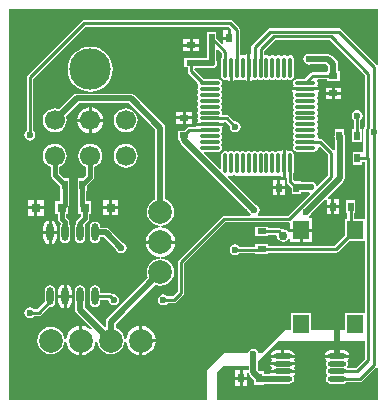
<source format=gtl>
G04 Layer_Physical_Order=1*
G04 Layer_Color=255*
%FSLAX44Y44*%
%MOMM*%
G71*
G01*
G75*
%ADD10R,0.8000X0.5000*%
%ADD11O,1.8000X0.3000*%
%ADD12O,0.3000X1.8000*%
%ADD13O,1.6000X0.4800*%
%ADD14R,0.5000X0.8000*%
%ADD15O,0.6000X1.5000*%
%ADD16R,0.8000X0.8000*%
%ADD17R,1.4000X1.5500*%
%ADD18C,0.2540*%
%ADD19C,0.5080*%
%ADD20C,0.2500*%
%ADD21C,0.3810*%
%ADD22C,2.0000*%
%ADD23C,3.5000*%
%ADD24C,1.7000*%
%ADD25C,0.6096*%
%ADD26C,0.6000*%
%ADD27C,0.7620*%
G36*
X357069Y86778D02*
X349372Y79080D01*
X342668D01*
X342103Y80350D01*
X342684Y81221D01*
X342989Y82752D01*
X342684Y84283D01*
X341970Y85352D01*
X342521Y85719D01*
X343604Y87340D01*
X343731Y87982D01*
X333388D01*
X323045D01*
X323172Y87340D01*
X324255Y85719D01*
X324806Y85352D01*
X324092Y84283D01*
X323787Y82752D01*
X324092Y81221D01*
X324959Y79923D01*
Y79081D01*
X324092Y77783D01*
X323787Y76252D01*
X324092Y74721D01*
X324642Y73897D01*
X324858Y73002D01*
X324642Y72107D01*
X324092Y71283D01*
X323787Y69752D01*
X324092Y68221D01*
X324959Y66923D01*
X326257Y66056D01*
X327788Y65751D01*
X338988D01*
X340519Y66056D01*
X341817Y66923D01*
X341818Y66924D01*
X352859D01*
X352962Y66903D01*
X354052Y67120D01*
X354976Y67738D01*
X366456Y79218D01*
X366456Y79218D01*
X367019Y80060D01*
X367112Y80073D01*
X368289Y79359D01*
Y51816D01*
X231902D01*
Y75692D01*
X236982Y80772D01*
X258492Y80772D01*
Y77401D01*
X257342Y77112D01*
X257222Y77112D01*
X253612D01*
Y71882D01*
X257342D01*
Y74592D01*
X258612Y74717D01*
X258808Y73732D01*
X259706Y72388D01*
X263318Y68776D01*
Y65088D01*
X271366D01*
Y65608D01*
X287388D01*
X288106Y65751D01*
X292988D01*
X294519Y66056D01*
X295817Y66923D01*
X296684Y68221D01*
X296989Y69752D01*
X296684Y71283D01*
X295970Y72352D01*
X296521Y72719D01*
X297604Y74340D01*
X297731Y74982D01*
X287388D01*
X276871D01*
X276058Y73896D01*
X271366D01*
Y76136D01*
X267678D01*
X266780Y77034D01*
Y84409D01*
X283718Y102108D01*
X301498D01*
X357069Y102108D01*
Y86778D01*
D02*
G37*
G36*
X368289Y336185D02*
X367112Y335471D01*
X367019Y335484D01*
X366456Y336326D01*
X336786Y365996D01*
X335862Y366614D01*
X334772Y366831D01*
X334772Y366831D01*
X276788D01*
X275698Y366614D01*
X274773Y365996D01*
X274773Y365996D01*
X261598Y352821D01*
X260980Y351896D01*
X260763Y350806D01*
X260763Y350806D01*
Y348702D01*
X260843Y348300D01*
Y345647D01*
X259962Y345035D01*
Y333362D01*
Y322036D01*
X260253Y322094D01*
X261576Y322978D01*
X261881Y323435D01*
X262512Y323013D01*
X263692Y322779D01*
X264872Y323013D01*
X265872Y323682D01*
X266512D01*
X267512Y323013D01*
X268692Y322779D01*
X269872Y323013D01*
X270872Y323682D01*
X271512D01*
X272512Y323013D01*
X273692Y322779D01*
X274872Y323013D01*
X275872Y323682D01*
X276512D01*
X277512Y323013D01*
X278692Y322779D01*
X279872Y323013D01*
X280872Y323682D01*
X281512D01*
X282512Y323013D01*
X283692Y322779D01*
X284872Y323013D01*
X285872Y323682D01*
X286512D01*
X287512Y323013D01*
X288692Y322779D01*
X289872Y323013D01*
X290872Y323682D01*
X291512D01*
X292512Y323013D01*
X293692Y322779D01*
X294872Y323013D01*
X295872Y323682D01*
X296541Y324682D01*
X296775Y325862D01*
Y340862D01*
X296541Y342042D01*
X295872Y343042D01*
X294872Y343711D01*
X293692Y343945D01*
X292512Y343711D01*
X291512Y343042D01*
X290872D01*
X289872Y343711D01*
X288692Y343945D01*
X287512Y343711D01*
X286512Y343042D01*
X285872D01*
X284872Y343711D01*
X283692Y343945D01*
X282512Y343711D01*
X281512Y343042D01*
X280872D01*
X279872Y343711D01*
X278692Y343945D01*
X277512Y343711D01*
X276512Y343042D01*
X275872D01*
X274872Y343711D01*
X273692Y343945D01*
X272811Y343770D01*
X271541Y344473D01*
Y347522D01*
X281088Y357069D01*
X327242D01*
X357069Y327242D01*
Y283536D01*
X356634Y283100D01*
X356016Y282176D01*
X355799Y281086D01*
X355799Y281086D01*
Y262423D01*
X354678Y262064D01*
Y262064D01*
X346630D01*
Y251016D01*
X354678D01*
Y253691D01*
X357069D01*
Y205108D01*
X347781D01*
Y210242D01*
X348956D01*
Y221290D01*
X340908D01*
Y210242D01*
X342083D01*
Y205108D01*
X340498D01*
Y191339D01*
X331706Y182547D01*
X275018D01*
Y183722D01*
X263970D01*
Y181919D01*
X250679D01*
X250404Y182332D01*
X248907Y183332D01*
X247142Y183683D01*
X245377Y183332D01*
X243880Y182332D01*
X242880Y180835D01*
X242529Y179070D01*
X242880Y177305D01*
X243880Y175808D01*
X245377Y174809D01*
X247142Y174457D01*
X248907Y174809D01*
X250404Y175808D01*
X250679Y176221D01*
X263970D01*
Y175674D01*
X275018D01*
Y176849D01*
X332886D01*
X332886Y176849D01*
X333976Y177066D01*
X334900Y177684D01*
X343777Y186560D01*
X357069D01*
Y125608D01*
X340498D01*
Y111252D01*
X311546D01*
Y125608D01*
X294498D01*
Y111252D01*
X289052D01*
X286512Y108712D01*
X270002Y92202D01*
X266945D01*
X266898Y92443D01*
X265898Y93940D01*
X264401Y94939D01*
X262636Y95291D01*
X260871Y94939D01*
X259374Y93940D01*
X258375Y92443D01*
X258326Y92202D01*
X255778D01*
X237406Y92202D01*
X223012Y76783D01*
X223012Y51816D01*
X55891D01*
Y382767D01*
X368289D01*
Y336185D01*
D02*
G37*
%LPC*%
G36*
X297731Y87982D02*
X287388D01*
X277045D01*
X277172Y87340D01*
X278066Y86002D01*
X277172Y84664D01*
X277045Y84022D01*
X287388D01*
X297731D01*
X297604Y84664D01*
X296709Y86002D01*
X297604Y87340D01*
X297731Y87982D01*
D02*
G37*
G36*
X332118Y94248D02*
X327788D01*
X325876Y93868D01*
X324255Y92785D01*
X323172Y91164D01*
X323045Y90522D01*
X332118D01*
Y94248D01*
D02*
G37*
G36*
X286118D02*
X281788D01*
X279876Y93868D01*
X278255Y92785D01*
X277172Y91164D01*
X277045Y90522D01*
X286118D01*
Y94248D01*
D02*
G37*
G36*
X257342Y69342D02*
X253612D01*
Y64112D01*
X257342D01*
Y69342D01*
D02*
G37*
G36*
X251072D02*
X247342D01*
Y64112D01*
X251072D01*
Y69342D01*
D02*
G37*
G36*
X297731Y81482D02*
X287388D01*
X277045D01*
X277172Y80840D01*
X278066Y79502D01*
X277172Y78164D01*
X277045Y77522D01*
X287388D01*
X297731D01*
X297604Y78164D01*
X296710Y79502D01*
X297604Y80840D01*
X297731Y81482D01*
D02*
G37*
G36*
X251072Y77112D02*
X247342D01*
Y71882D01*
X251072D01*
Y77112D01*
D02*
G37*
G36*
X338988Y94248D02*
X334658D01*
Y90522D01*
X343731D01*
X343604Y91164D01*
X342521Y92785D01*
X340900Y93868D01*
X338988Y94248D01*
D02*
G37*
G36*
X292988D02*
X288658D01*
Y90522D01*
X297731D01*
X297604Y91164D01*
X296521Y92785D01*
X294900Y93868D01*
X292988Y94248D01*
D02*
G37*
G36*
X94460Y268888D02*
X91843Y268544D01*
X89405Y267534D01*
X87311Y265927D01*
X85704Y263833D01*
X84694Y261395D01*
X84349Y258778D01*
X84694Y256161D01*
X85704Y253723D01*
X87311Y251629D01*
X89405Y250022D01*
X90964Y249376D01*
Y242718D01*
X91230Y241380D01*
X91988Y240246D01*
X98712Y233522D01*
Y228918D01*
X99240D01*
Y220154D01*
X94884D01*
Y209106D01*
X96912D01*
Y205662D01*
X97178Y204324D01*
X97936Y203190D01*
X99628Y201498D01*
Y201289D01*
X98862Y200143D01*
X98511Y198378D01*
Y189378D01*
X98862Y187613D01*
X99862Y186116D01*
X101359Y185117D01*
X103124Y184765D01*
X104889Y185117D01*
X106386Y186116D01*
X107386Y187613D01*
X107737Y189378D01*
Y198378D01*
X107386Y200143D01*
X106620Y201289D01*
Y202946D01*
X106354Y204284D01*
X105596Y205418D01*
X105596Y205418D01*
X103904Y207110D01*
Y209106D01*
X105932D01*
Y215569D01*
X105966Y215620D01*
X106232Y216958D01*
Y228918D01*
X106760D01*
Y239966D01*
X102156D01*
X97956Y244166D01*
Y249376D01*
X99515Y250022D01*
X101609Y251629D01*
X103216Y253723D01*
X104226Y256161D01*
X104571Y258778D01*
X104226Y261395D01*
X103216Y263833D01*
X101609Y265927D01*
X99515Y267534D01*
X97077Y268544D01*
X94460Y268888D01*
D02*
G37*
G36*
X104394Y149733D02*
Y141148D01*
X108732D01*
Y144378D01*
X108305Y146524D01*
X107089Y148343D01*
X105270Y149559D01*
X104394Y149733D01*
D02*
G37*
G36*
X275018Y198722D02*
X263970D01*
Y190674D01*
X275018D01*
Y191849D01*
X281861D01*
X282344Y191262D01*
X282757Y189181D01*
X283936Y187416D01*
X285701Y186238D01*
X287782Y185823D01*
X289863Y186238D01*
X291628Y187416D01*
X292252Y188351D01*
X293522Y187966D01*
Y185584D01*
X301752D01*
Y194564D01*
X293522D01*
Y194558D01*
X292252Y194173D01*
X291628Y195108D01*
X289863Y196287D01*
X287782Y196700D01*
X286606Y196467D01*
X286360Y196712D01*
X285436Y197330D01*
X284346Y197547D01*
X284346Y197547D01*
X275018D01*
Y198722D01*
D02*
G37*
G36*
X124460Y268888D02*
X121843Y268544D01*
X119405Y267534D01*
X117311Y265927D01*
X115704Y263833D01*
X114694Y261395D01*
X114349Y258778D01*
X114694Y256161D01*
X115704Y253723D01*
X117311Y251629D01*
X119405Y250022D01*
X120964Y249376D01*
Y242614D01*
X118316Y239966D01*
X113712D01*
Y228918D01*
X114240D01*
Y216958D01*
X114286Y216726D01*
Y209360D01*
X116314D01*
Y207364D01*
X113352Y204402D01*
X112594Y203268D01*
X112328Y201930D01*
Y201289D01*
X111562Y200143D01*
X111211Y198378D01*
Y189378D01*
X111562Y187613D01*
X112562Y186116D01*
X114059Y185117D01*
X115824Y184765D01*
X117589Y185117D01*
X119086Y186116D01*
X120085Y187613D01*
X120437Y189378D01*
Y198378D01*
X120085Y200143D01*
X119643Y200805D01*
X122282Y203444D01*
X123040Y204578D01*
X123306Y205916D01*
Y209360D01*
X125334D01*
Y220408D01*
X121232D01*
Y228918D01*
X121760D01*
Y233522D01*
X126932Y238694D01*
X127690Y239828D01*
X127956Y241166D01*
Y249376D01*
X129515Y250022D01*
X131609Y251629D01*
X133216Y253723D01*
X134226Y256161D01*
X134571Y258778D01*
X134226Y261395D01*
X133216Y263833D01*
X131609Y265927D01*
X129515Y267534D01*
X127077Y268544D01*
X124460Y268888D01*
D02*
G37*
G36*
X89154Y192608D02*
X84816D01*
Y189378D01*
X85243Y187232D01*
X86459Y185413D01*
X88278Y184197D01*
X89154Y184023D01*
Y192608D01*
D02*
G37*
G36*
X128524Y202991D02*
X126759Y202640D01*
X125262Y201640D01*
X124263Y200143D01*
X123911Y198378D01*
Y189378D01*
X124263Y187613D01*
X125262Y186116D01*
X126759Y185117D01*
X128524Y184765D01*
X130289Y185117D01*
X131786Y186116D01*
X132786Y187613D01*
X133137Y189378D01*
Y189734D01*
X135876D01*
X146319Y179291D01*
X146361Y179083D01*
X147360Y177586D01*
X148857Y176586D01*
X150622Y176235D01*
X152387Y176586D01*
X153884Y177586D01*
X154883Y179083D01*
X155235Y180848D01*
X154883Y182613D01*
X153884Y184110D01*
X152387Y185110D01*
X152179Y185151D01*
X140522Y196808D01*
X139178Y197706D01*
X137592Y198022D01*
X133137D01*
Y198378D01*
X132786Y200143D01*
X131786Y201640D01*
X130289Y202640D01*
X128524Y202991D01*
D02*
G37*
G36*
X96032Y192608D02*
X91694D01*
Y184023D01*
X92570Y184197D01*
X94389Y185413D01*
X95605Y187232D01*
X96032Y189378D01*
Y192608D01*
D02*
G37*
G36*
X196337Y184404D02*
X183896D01*
X171455D01*
X171718Y182411D01*
X172977Y179370D01*
X174981Y176759D01*
X177592Y174755D01*
X180633Y173496D01*
X183074Y173174D01*
X183470Y173122D01*
Y171841D01*
X183074Y171789D01*
X180888Y171501D01*
X178084Y170340D01*
X175677Y168493D01*
X173830Y166086D01*
X172669Y163282D01*
X172273Y160274D01*
X172669Y157266D01*
X173360Y155597D01*
X139056Y121294D01*
X138158Y119950D01*
X137842Y118364D01*
Y114162D01*
X136572Y113636D01*
X119968Y130240D01*
Y133436D01*
X120085Y133613D01*
X120437Y135378D01*
Y144378D01*
X120085Y146143D01*
X119086Y147640D01*
X117589Y148639D01*
X115824Y148991D01*
X114059Y148639D01*
X112562Y147640D01*
X111562Y146143D01*
X111211Y144378D01*
Y135378D01*
X111562Y133613D01*
X111680Y133436D01*
Y128524D01*
X111996Y126938D01*
X112894Y125594D01*
X125843Y112645D01*
X125920Y112462D01*
X125130Y111562D01*
X124891Y111745D01*
X122890Y113281D01*
X119849Y114540D01*
X117856Y114803D01*
Y102362D01*
Y89921D01*
X119849Y90184D01*
X122890Y91443D01*
X125501Y93447D01*
X127505Y96058D01*
X128764Y99099D01*
X129086Y101540D01*
X129138Y101936D01*
X130419D01*
X130471Y101540D01*
X130759Y99354D01*
X131920Y96550D01*
X133767Y94143D01*
X136174Y92296D01*
X138978Y91135D01*
X141986Y90739D01*
X144994Y91135D01*
X147798Y92296D01*
X150205Y94143D01*
X152052Y96550D01*
X153213Y99354D01*
X153501Y101540D01*
X153553Y101936D01*
X154834D01*
X154886Y101540D01*
X155208Y99099D01*
X156467Y96058D01*
X158471Y93447D01*
X161082Y91443D01*
X164123Y90184D01*
X166116Y89921D01*
Y102362D01*
Y114803D01*
X164123Y114540D01*
X161082Y113281D01*
X158471Y111277D01*
X156467Y108666D01*
X155208Y105625D01*
X154886Y103184D01*
X154834Y102788D01*
X153553D01*
X153501Y103184D01*
X153213Y105370D01*
X152052Y108174D01*
X150205Y110581D01*
X147798Y112428D01*
X146130Y113119D01*
Y116648D01*
X179219Y149738D01*
X180888Y149047D01*
X183896Y148651D01*
X186904Y149047D01*
X189708Y150208D01*
X192115Y152055D01*
X193962Y154462D01*
X195123Y157266D01*
X195519Y160274D01*
X195123Y163282D01*
X193962Y166086D01*
X192115Y168493D01*
X189708Y170340D01*
X186904Y171501D01*
X184718Y171789D01*
X184322Y171841D01*
Y173122D01*
X184718Y173174D01*
X187159Y173496D01*
X190200Y174755D01*
X192811Y176759D01*
X194815Y179370D01*
X196074Y182411D01*
X196337Y184404D01*
D02*
G37*
G36*
X84908Y213360D02*
X79678D01*
Y208130D01*
X84908D01*
Y213360D01*
D02*
G37*
G36*
X77138D02*
X71908D01*
Y208130D01*
X77138D01*
Y213360D01*
D02*
G37*
G36*
X148310Y213614D02*
X143080D01*
Y208384D01*
X148310D01*
Y213614D01*
D02*
G37*
G36*
X140540D02*
X135310D01*
Y208384D01*
X140540D01*
Y213614D01*
D02*
G37*
G36*
X158750Y311484D02*
X113022D01*
X111436Y311168D01*
X110092Y310270D01*
X97988Y298166D01*
X97077Y298544D01*
X94460Y298888D01*
X91843Y298544D01*
X89405Y297534D01*
X87311Y295927D01*
X85704Y293833D01*
X84694Y291395D01*
X84349Y288778D01*
X84694Y286161D01*
X85704Y283723D01*
X87311Y281629D01*
X89405Y280022D01*
X91843Y279012D01*
X94460Y278668D01*
X97077Y279012D01*
X99515Y280022D01*
X101609Y281629D01*
X103216Y283723D01*
X104226Y286161D01*
X104571Y288778D01*
X104226Y291395D01*
X103848Y292306D01*
X114738Y303196D01*
X157034D01*
X179498Y280732D01*
Y221726D01*
X178084Y221140D01*
X175677Y219293D01*
X173830Y216886D01*
X172669Y214082D01*
X172273Y211074D01*
X172669Y208066D01*
X173830Y205262D01*
X175677Y202855D01*
X178084Y201008D01*
X180888Y199847D01*
X183074Y199559D01*
X183470Y199507D01*
Y198226D01*
X183074Y198174D01*
X180633Y197852D01*
X177592Y196593D01*
X174981Y194589D01*
X172977Y191978D01*
X171718Y188937D01*
X171455Y186944D01*
X183896D01*
X196337D01*
X196074Y188937D01*
X194815Y191978D01*
X192811Y194589D01*
X190200Y196593D01*
X187159Y197852D01*
X184718Y198174D01*
X184322Y198226D01*
Y199507D01*
X184718Y199559D01*
X186904Y199847D01*
X189708Y201008D01*
X192115Y202855D01*
X193962Y205262D01*
X195123Y208066D01*
X195519Y211074D01*
X195123Y214082D01*
X193962Y216886D01*
X192115Y219293D01*
X189708Y221140D01*
X187786Y221936D01*
Y282448D01*
X187470Y284034D01*
X186572Y285378D01*
X161680Y310270D01*
X160336Y311168D01*
X158750Y311484D01*
D02*
G37*
G36*
X312522Y194564D02*
X304292D01*
Y185584D01*
X312522D01*
Y194564D01*
D02*
G37*
G36*
X91694Y203733D02*
Y195148D01*
X96032D01*
Y198378D01*
X95605Y200524D01*
X94389Y202343D01*
X92570Y203559D01*
X91694Y203733D01*
D02*
G37*
G36*
X89154D02*
X88278Y203559D01*
X86459Y202343D01*
X85243Y200524D01*
X84816Y198378D01*
Y195148D01*
X89154D01*
Y203733D01*
D02*
G37*
G36*
X101854Y149733D02*
X100978Y149559D01*
X99159Y148343D01*
X97943Y146524D01*
X97516Y144378D01*
Y141148D01*
X101854D01*
Y149733D01*
D02*
G37*
G36*
X179827Y101092D02*
X168656D01*
Y89921D01*
X170649Y90184D01*
X173690Y91443D01*
X176301Y93447D01*
X178305Y96058D01*
X179564Y99099D01*
X179827Y101092D01*
D02*
G37*
G36*
X108732Y138608D02*
X104394D01*
Y130023D01*
X105270Y130197D01*
X107089Y131413D01*
X108305Y133232D01*
X108732Y135378D01*
Y138608D01*
D02*
G37*
G36*
X101854D02*
X97516D01*
Y135378D01*
X97943Y133232D01*
X99159Y131413D01*
X100978Y130197D01*
X101854Y130023D01*
Y138608D01*
D02*
G37*
G36*
X128524Y148991D02*
X126759Y148639D01*
X125262Y147640D01*
X124263Y146143D01*
X123911Y144378D01*
Y135378D01*
X124263Y133613D01*
X125262Y132116D01*
X126759Y131117D01*
X128524Y130765D01*
X130289Y131117D01*
X131786Y132116D01*
X132786Y133613D01*
X133137Y135378D01*
Y137029D01*
X139558D01*
X139659Y136906D01*
X140010Y135141D01*
X141010Y133644D01*
X142507Y132645D01*
X144272Y132293D01*
X146037Y132645D01*
X147534Y133644D01*
X148533Y135141D01*
X148885Y136906D01*
X148533Y138671D01*
X147534Y140168D01*
X146037Y141167D01*
X144272Y141519D01*
X143785Y141422D01*
X143314Y141892D01*
X142390Y142510D01*
X141300Y142727D01*
X141300Y142727D01*
X133137D01*
Y144378D01*
X132786Y146143D01*
X131786Y147640D01*
X130289Y148639D01*
X128524Y148991D01*
D02*
G37*
G36*
X90424D02*
X88659Y148639D01*
X87162Y147640D01*
X86163Y146143D01*
X85811Y144378D01*
Y135378D01*
X85865Y135106D01*
X79592Y128833D01*
X76943D01*
X76668Y129246D01*
X75171Y130246D01*
X73406Y130597D01*
X71641Y130246D01*
X70144Y129246D01*
X69145Y127749D01*
X68793Y125984D01*
X69145Y124219D01*
X70144Y122722D01*
X71641Y121722D01*
X73406Y121371D01*
X75171Y121722D01*
X76668Y122722D01*
X76943Y123135D01*
X80772D01*
X80772Y123135D01*
X81862Y123352D01*
X82786Y123970D01*
X89722Y130905D01*
X90424Y130765D01*
X92189Y131117D01*
X93686Y132116D01*
X94685Y133613D01*
X95037Y135378D01*
Y144378D01*
X94685Y146143D01*
X93686Y147640D01*
X92189Y148639D01*
X90424Y148991D01*
D02*
G37*
G36*
X168656Y114803D02*
Y103632D01*
X179827D01*
X179564Y105625D01*
X178305Y108666D01*
X176301Y111277D01*
X173690Y113281D01*
X170649Y114540D01*
X168656Y114803D01*
D02*
G37*
G36*
X115316D02*
X113323Y114540D01*
X110282Y113281D01*
X107671Y111277D01*
X105667Y108666D01*
X104408Y105625D01*
X104086Y103184D01*
X104034Y102788D01*
X102753D01*
X102701Y103184D01*
X102413Y105370D01*
X101252Y108174D01*
X99405Y110581D01*
X96998Y112428D01*
X94194Y113589D01*
X91186Y113985D01*
X88178Y113589D01*
X85374Y112428D01*
X82967Y110581D01*
X81120Y108174D01*
X79959Y105370D01*
X79563Y102362D01*
X79959Y99354D01*
X81120Y96550D01*
X82967Y94143D01*
X85374Y92296D01*
X88178Y91135D01*
X91186Y90739D01*
X94194Y91135D01*
X96998Y92296D01*
X99405Y94143D01*
X101252Y96550D01*
X102413Y99354D01*
X102701Y101540D01*
X102753Y101936D01*
X104034D01*
X104086Y101540D01*
X104408Y99099D01*
X105667Y96058D01*
X107671Y93447D01*
X110282Y91443D01*
X113323Y90184D01*
X115316Y89921D01*
Y102362D01*
Y114803D01*
D02*
G37*
G36*
X328662Y214496D02*
X324932D01*
Y209266D01*
X328662D01*
Y214496D01*
D02*
G37*
G36*
X328930Y310254D02*
X323700D01*
Y306524D01*
X328930D01*
Y310254D01*
D02*
G37*
G36*
X210462Y295964D02*
X205232D01*
Y292234D01*
X210462D01*
Y295964D01*
D02*
G37*
G36*
X328930Y316524D02*
X323700D01*
Y312794D01*
X328930D01*
Y316524D01*
D02*
G37*
G36*
X336700Y310254D02*
X331470D01*
Y306524D01*
X336700D01*
Y310254D01*
D02*
G37*
G36*
X123190Y299706D02*
X121588Y299495D01*
X118912Y298386D01*
X116615Y296623D01*
X114852Y294325D01*
X113743Y291650D01*
X113532Y290048D01*
X123190D01*
Y299706D01*
D02*
G37*
G36*
X210462Y289694D02*
X205232D01*
Y285964D01*
X210462D01*
Y289694D01*
D02*
G37*
G36*
X202692Y295964D02*
X197462D01*
Y292234D01*
X202692D01*
Y295964D01*
D02*
G37*
G36*
X125730Y299706D02*
Y290048D01*
X135388D01*
X135177Y291650D01*
X134068Y294325D01*
X132305Y296623D01*
X130007Y298386D01*
X127332Y299495D01*
X125730Y299706D01*
D02*
G37*
G36*
X336700Y316524D02*
X331470D01*
Y312794D01*
X336700D01*
Y316524D01*
D02*
G37*
G36*
X208534Y357566D02*
X203304D01*
Y353836D01*
X208534D01*
Y357566D01*
D02*
G37*
G36*
X243078Y373689D02*
X243078Y373689D01*
X119126D01*
X118036Y373472D01*
X117112Y372854D01*
X117112Y372854D01*
X71392Y327134D01*
X70774Y326210D01*
X70557Y325120D01*
X70557Y325120D01*
Y279636D01*
X70144Y279360D01*
X69145Y277863D01*
X68793Y276098D01*
X69145Y274333D01*
X70144Y272836D01*
X71641Y271836D01*
X73406Y271485D01*
X75171Y271836D01*
X76668Y272836D01*
X77667Y274333D01*
X78019Y276098D01*
X77667Y277863D01*
X76668Y279360D01*
X76255Y279636D01*
Y323940D01*
X120306Y367991D01*
X241898D01*
X243822Y366067D01*
X243466Y365208D01*
Y358394D01*
X242196D01*
Y357124D01*
X237196D01*
Y354082D01*
X236023Y353596D01*
X231340Y358279D01*
Y358394D01*
X231220Y358995D01*
Y363918D01*
X223172D01*
Y358995D01*
X223052Y358394D01*
Y341710D01*
X213868D01*
X213267Y341590D01*
X204280D01*
Y333542D01*
X206955D01*
Y330200D01*
X206955Y330200D01*
X207172Y329110D01*
X207790Y328186D01*
X215193Y320783D01*
X215109Y320362D01*
X215343Y319182D01*
X216012Y318182D01*
Y317542D01*
X215343Y316542D01*
X215109Y315362D01*
X215343Y314182D01*
X216012Y313182D01*
Y312542D01*
X215343Y311542D01*
X215109Y310362D01*
X215343Y309182D01*
X216012Y308182D01*
Y307542D01*
X215343Y306542D01*
X215109Y305362D01*
X215343Y304182D01*
X216012Y303182D01*
Y302542D01*
X215343Y301542D01*
X215109Y300362D01*
X215343Y299182D01*
X216012Y298182D01*
Y297542D01*
X215343Y296542D01*
X215109Y295362D01*
X215343Y294182D01*
X216012Y293182D01*
Y292542D01*
X215343Y291542D01*
X215109Y290362D01*
X215343Y289182D01*
X215765Y288551D01*
X215308Y288246D01*
X214424Y286923D01*
X214366Y286632D01*
X225692D01*
X237541D01*
X237912Y287133D01*
X239112Y287212D01*
X242626Y283697D01*
X242529Y283210D01*
X242880Y281445D01*
X243880Y279948D01*
X245377Y278948D01*
X247142Y278597D01*
X248907Y278948D01*
X250404Y279948D01*
X251404Y281445D01*
X251755Y283210D01*
X251404Y284975D01*
X250404Y286472D01*
X248907Y287472D01*
X247142Y287823D01*
X246655Y287726D01*
X242004Y292376D01*
X241080Y292994D01*
X239990Y293211D01*
X239990Y293211D01*
X236803D01*
X236100Y294481D01*
X236275Y295362D01*
X236040Y296542D01*
X235372Y297542D01*
Y298182D01*
X236040Y299182D01*
X236275Y300362D01*
X236040Y301542D01*
X235372Y302542D01*
Y303182D01*
X236040Y304182D01*
X236275Y305362D01*
X236040Y306542D01*
X235372Y307542D01*
Y308182D01*
X236040Y309182D01*
X236275Y310362D01*
X236040Y311542D01*
X235372Y312542D01*
Y313182D01*
X236040Y314182D01*
X236275Y315362D01*
X236040Y316542D01*
X235372Y317542D01*
Y318182D01*
X236040Y319182D01*
X236275Y320362D01*
X236040Y321542D01*
X235372Y322542D01*
X234372Y323210D01*
X233192Y323445D01*
X220588D01*
X212689Y331343D01*
X212748Y332610D01*
X213868Y333422D01*
X225388D01*
X225565Y333304D01*
X227330Y332953D01*
X229095Y333304D01*
X230592Y334304D01*
X231591Y335801D01*
X231943Y337566D01*
X231591Y339331D01*
X231340Y339708D01*
Y348562D01*
X232513Y349048D01*
X235843Y345718D01*
Y342041D01*
X235609Y340862D01*
Y325862D01*
X235844Y324682D01*
X236512Y323682D01*
X237512Y323013D01*
X238692Y322779D01*
X239872Y323013D01*
X240503Y323435D01*
X240808Y322978D01*
X242131Y322094D01*
X242422Y322036D01*
Y333362D01*
X244962D01*
Y322036D01*
X245253Y322094D01*
X246576Y322978D01*
X246881Y323435D01*
X247512Y323013D01*
X248692Y322779D01*
X249872Y323013D01*
X250872Y323682D01*
X251512D01*
X252512Y323013D01*
X253692Y322779D01*
X254872Y323013D01*
X255503Y323435D01*
X255808Y322978D01*
X257131Y322094D01*
X257422Y322036D01*
Y333362D01*
Y344688D01*
X257131Y344630D01*
X255808Y343746D01*
X255503Y343289D01*
X254872Y343711D01*
X253692Y343945D01*
X252811Y343770D01*
X251541Y344473D01*
Y365226D01*
X251541Y365226D01*
X251324Y366316D01*
X250706Y367240D01*
X250706Y367240D01*
X245092Y372854D01*
X244168Y373472D01*
X243078Y373689D01*
D02*
G37*
G36*
X240926Y364894D02*
X237196D01*
Y359664D01*
X240926D01*
Y364894D01*
D02*
G37*
G36*
X216304Y357566D02*
X211074D01*
Y353836D01*
X216304D01*
Y357566D01*
D02*
G37*
G36*
X309372Y345227D02*
X307607Y344875D01*
X306110Y343876D01*
X305110Y342379D01*
X304759Y340614D01*
X305110Y338849D01*
X306110Y337352D01*
X307607Y336353D01*
X309372Y336001D01*
X311137Y336353D01*
X311314Y336470D01*
X324420D01*
X326056Y334834D01*
Y330548D01*
X324676D01*
Y329373D01*
X312854D01*
X312854Y329373D01*
X311764Y329156D01*
X310840Y328538D01*
X310840Y328538D01*
X305746Y323445D01*
X299192D01*
X298012Y323210D01*
X297012Y322542D01*
X296343Y321542D01*
X296109Y320362D01*
X296343Y319182D01*
X296765Y318551D01*
X296308Y318246D01*
X295424Y316923D01*
X295366Y316632D01*
X306692D01*
X318018D01*
X317960Y316923D01*
X317076Y318246D01*
X316619Y318551D01*
X317041Y319182D01*
X317275Y320362D01*
X317041Y321542D01*
X316464Y322405D01*
X316621Y323019D01*
X316962Y323675D01*
X324676D01*
Y322500D01*
X329599D01*
X330200Y322380D01*
X330801Y322500D01*
X335724D01*
Y330548D01*
X334344D01*
Y336550D01*
X334028Y338136D01*
X333130Y339480D01*
X329066Y343544D01*
X327722Y344442D01*
X326136Y344758D01*
X311314D01*
X311137Y344875D01*
X309372Y345227D01*
D02*
G37*
G36*
X124460Y351094D02*
X120731Y350727D01*
X117145Y349639D01*
X113840Y347872D01*
X110943Y345495D01*
X108566Y342598D01*
X106799Y339293D01*
X105711Y335707D01*
X105344Y331978D01*
X105711Y328249D01*
X106799Y324663D01*
X108566Y321358D01*
X110943Y318461D01*
X113840Y316084D01*
X117145Y314317D01*
X120731Y313229D01*
X124460Y312862D01*
X128189Y313229D01*
X131775Y314317D01*
X135080Y316084D01*
X137977Y318461D01*
X140354Y321358D01*
X142121Y324663D01*
X143209Y328249D01*
X143576Y331978D01*
X143209Y335707D01*
X142121Y339293D01*
X140354Y342598D01*
X137977Y345495D01*
X135080Y347872D01*
X131775Y349639D01*
X128189Y350727D01*
X124460Y351094D01*
D02*
G37*
G36*
X216304Y351296D02*
X211074D01*
Y347566D01*
X216304D01*
Y351296D01*
D02*
G37*
G36*
X208534D02*
X203304D01*
Y347566D01*
X208534D01*
Y351296D01*
D02*
G37*
G36*
X334932Y222266D02*
X331202D01*
Y217036D01*
X334932D01*
Y222266D01*
D02*
G37*
G36*
X148310Y221384D02*
X143080D01*
Y216154D01*
X148310D01*
Y221384D01*
D02*
G37*
G36*
X289092Y230378D02*
X285362D01*
Y225148D01*
X289092D01*
Y230378D01*
D02*
G37*
G36*
X282822D02*
X279092D01*
Y225148D01*
X282822D01*
Y230378D01*
D02*
G37*
G36*
X77138Y221130D02*
X71908D01*
Y215900D01*
X77138D01*
Y221130D01*
D02*
G37*
G36*
X334932Y214496D02*
X331202D01*
Y209266D01*
X334932D01*
Y214496D01*
D02*
G37*
G36*
X140540Y221384D02*
X135310D01*
Y216154D01*
X140540D01*
Y221384D01*
D02*
G37*
G36*
X84908Y221130D02*
X79678D01*
Y215900D01*
X84908D01*
Y221130D01*
D02*
G37*
G36*
X282822Y238148D02*
X279092D01*
Y232918D01*
X282822D01*
Y238148D01*
D02*
G37*
G36*
X135388Y287508D02*
X125730D01*
Y277850D01*
X127332Y278061D01*
X130007Y279170D01*
X132305Y280933D01*
X134068Y283231D01*
X135177Y285906D01*
X135388Y287508D01*
D02*
G37*
G36*
X123190D02*
X113532D01*
X113743Y285906D01*
X114852Y283231D01*
X116615Y280933D01*
X118912Y279170D01*
X121588Y278061D01*
X123190Y277850D01*
Y287508D01*
D02*
G37*
G36*
X202692Y289694D02*
X197462D01*
Y285964D01*
X202692D01*
Y289694D01*
D02*
G37*
G36*
X154460Y298888D02*
X151843Y298544D01*
X149405Y297534D01*
X147311Y295927D01*
X145704Y293833D01*
X144694Y291395D01*
X144349Y288778D01*
X144694Y286161D01*
X145704Y283723D01*
X147311Y281629D01*
X149405Y280022D01*
X151843Y279012D01*
X154460Y278668D01*
X157077Y279012D01*
X159515Y280022D01*
X161609Y281629D01*
X163216Y283723D01*
X164226Y286161D01*
X164571Y288778D01*
X164226Y291395D01*
X163216Y293833D01*
X161609Y295927D01*
X159515Y297534D01*
X157077Y298544D01*
X154460Y298888D01*
D02*
G37*
G36*
X318018Y314092D02*
X306692D01*
X295366D01*
X295424Y313801D01*
X296308Y312478D01*
X296765Y312173D01*
X296343Y311542D01*
X296109Y310362D01*
X296343Y309182D01*
X297012Y308182D01*
Y307542D01*
X296343Y306542D01*
X296109Y305362D01*
X296343Y304182D01*
X297012Y303182D01*
Y302542D01*
X296343Y301542D01*
X296109Y300362D01*
X296343Y299182D01*
X297012Y298182D01*
Y297542D01*
X296343Y296542D01*
X296109Y295362D01*
X296343Y294182D01*
X297012Y293182D01*
Y292542D01*
X296343Y291542D01*
X296109Y290362D01*
X296343Y289182D01*
X297012Y288182D01*
Y287542D01*
X296343Y286542D01*
X296109Y285362D01*
X296343Y284182D01*
X297012Y283182D01*
Y282542D01*
X296343Y281542D01*
X296109Y280362D01*
X296343Y279182D01*
X297012Y278182D01*
Y277542D01*
X296343Y276542D01*
X296109Y275362D01*
X296343Y274182D01*
X297012Y273182D01*
Y272542D01*
X296343Y271542D01*
X296109Y270362D01*
X296343Y269182D01*
X297012Y268182D01*
Y267542D01*
X296343Y266542D01*
X296109Y265362D01*
X296343Y264182D01*
X297012Y263182D01*
X298012Y262514D01*
X299192Y262279D01*
X314192D01*
X315372Y262514D01*
X316372Y263182D01*
X317041Y264182D01*
X317275Y265362D01*
X318257Y266624D01*
X318804Y266701D01*
X325439Y260066D01*
Y241838D01*
X316714Y233113D01*
X315499Y233482D01*
X315411Y233921D01*
X314412Y235418D01*
X312915Y236418D01*
X311150Y236769D01*
X309385Y236418D01*
X309208Y236300D01*
X303116D01*
Y237172D01*
X297597D01*
X296541Y238228D01*
Y243683D01*
X296775Y244862D01*
Y259862D01*
X296541Y261042D01*
X295872Y262042D01*
X294872Y262710D01*
X293692Y262945D01*
X292512Y262710D01*
X291881Y262289D01*
X291576Y262746D01*
X290253Y263630D01*
X289962Y263688D01*
Y252362D01*
Y240689D01*
X290843Y240077D01*
Y237048D01*
X290843Y237048D01*
X291060Y235958D01*
X291678Y235034D01*
X294967Y231744D01*
X294948Y231648D01*
X295068Y231047D01*
Y226124D01*
X303116D01*
Y228012D01*
X309208D01*
X309385Y227894D01*
X309824Y227807D01*
X310193Y226592D01*
X291682Y208081D01*
X266686D01*
X266301Y209351D01*
X266660Y209590D01*
X267659Y211087D01*
X268011Y212852D01*
X267659Y214617D01*
X266660Y216114D01*
X265163Y217113D01*
X264250Y217295D01*
X240891Y240654D01*
X241120Y242010D01*
X241997Y242357D01*
X242512Y242013D01*
X243692Y241779D01*
X244872Y242013D01*
X245872Y242682D01*
X246512D01*
X247512Y242013D01*
X248692Y241779D01*
X249872Y242013D01*
X250872Y242682D01*
X251512D01*
X252512Y242013D01*
X253692Y241779D01*
X254872Y242013D01*
X255872Y242682D01*
X256512D01*
X257512Y242013D01*
X258692Y241779D01*
X259872Y242013D01*
X260872Y242682D01*
X261512D01*
X262512Y242013D01*
X263692Y241779D01*
X264872Y242013D01*
X265872Y242682D01*
X266512D01*
X267512Y242013D01*
X268692Y241779D01*
X269872Y242013D01*
X270872Y242682D01*
X271512D01*
X272512Y242013D01*
X273692Y241779D01*
X274872Y242013D01*
X275872Y242682D01*
X276512D01*
X277512Y242013D01*
X278692Y241779D01*
X279872Y242013D01*
X280872Y242682D01*
X281512D01*
X282512Y242013D01*
X283692Y241779D01*
X284872Y242013D01*
X285503Y242435D01*
X285808Y241978D01*
X287131Y241094D01*
X287422Y241036D01*
Y252362D01*
Y263688D01*
X287131Y263630D01*
X285808Y262746D01*
X285503Y262289D01*
X284872Y262710D01*
X283692Y262945D01*
X282512Y262710D01*
X281512Y262042D01*
X280872D01*
X279872Y262710D01*
X278692Y262945D01*
X277512Y262710D01*
X276512Y262042D01*
X275872D01*
X274872Y262710D01*
X273692Y262945D01*
X272512Y262710D01*
X271512Y262042D01*
X270872D01*
X269872Y262710D01*
X268692Y262945D01*
X267512Y262710D01*
X266512Y262042D01*
X265872D01*
X264872Y262710D01*
X263692Y262945D01*
X262512Y262710D01*
X261512Y262042D01*
X260872D01*
X259872Y262710D01*
X258692Y262945D01*
X257512Y262710D01*
X256512Y262042D01*
X255872D01*
X254872Y262710D01*
X253692Y262945D01*
X252512Y262710D01*
X251512Y262042D01*
X250872D01*
X249872Y262710D01*
X248692Y262945D01*
X247512Y262710D01*
X246512Y262042D01*
X245872D01*
X244872Y262710D01*
X243692Y262945D01*
X242512Y262710D01*
X241512Y262042D01*
X240872D01*
X239872Y262710D01*
X238692Y262945D01*
X237512Y262710D01*
X236512Y262042D01*
X235844Y261042D01*
X235609Y259862D01*
Y247596D01*
X234435Y247110D01*
X220440Y261105D01*
X220926Y262279D01*
X233192D01*
X234372Y262514D01*
X235372Y263182D01*
X236040Y264182D01*
X236275Y265362D01*
X236040Y266542D01*
X235372Y267542D01*
Y268182D01*
X236040Y269182D01*
X236275Y270362D01*
X236040Y271542D01*
X235372Y272542D01*
Y273182D01*
X236040Y274182D01*
X236275Y275362D01*
X236040Y276542D01*
X235372Y277542D01*
Y278182D01*
X236040Y279182D01*
X236275Y280362D01*
X236040Y281542D01*
X235619Y282173D01*
X236076Y282478D01*
X236960Y283801D01*
X237018Y284092D01*
X225692D01*
X214019D01*
X213407Y283211D01*
X208360D01*
X208360Y283211D01*
X207270Y282994D01*
X206346Y282376D01*
X204058Y280089D01*
X203962Y280108D01*
X203361Y279988D01*
X198438D01*
Y271940D01*
X199818D01*
Y271723D01*
X200134Y270138D01*
X201032Y268793D01*
X259903Y209922D01*
X259924Y209908D01*
X260136Y209590D01*
X260495Y209351D01*
X260110Y208081D01*
X237744D01*
X236654Y207864D01*
X235730Y207246D01*
X235730Y207246D01*
X199408Y170924D01*
X198790Y170000D01*
X198573Y168910D01*
X198573Y168910D01*
Y144196D01*
X194132Y139755D01*
X189974D01*
X189698Y140168D01*
X188201Y141167D01*
X186436Y141519D01*
X184671Y141167D01*
X183174Y140168D01*
X182174Y138671D01*
X181823Y136906D01*
X182174Y135141D01*
X183174Y133644D01*
X184671Y132645D01*
X186436Y132293D01*
X188201Y132645D01*
X189698Y133644D01*
X189974Y134057D01*
X195312D01*
X195312Y134057D01*
X196402Y134274D01*
X197326Y134892D01*
X203436Y141002D01*
X203436Y141002D01*
X204054Y141926D01*
X204271Y143016D01*
Y167730D01*
X238924Y202383D01*
X292862D01*
X292862Y202383D01*
X293522Y201842D01*
Y197104D01*
X303022D01*
X312522D01*
Y206084D01*
X310173D01*
X309788Y207354D01*
X310094Y207558D01*
X311094Y209055D01*
X311135Y209263D01*
X323662Y221790D01*
X324932Y221264D01*
Y217036D01*
X328662D01*
Y222266D01*
X325934D01*
X325408Y223536D01*
X338584Y236712D01*
X339482Y238056D01*
X339798Y239642D01*
Y256540D01*
Y275336D01*
X339482Y276922D01*
X339424Y277009D01*
Y281114D01*
X331376D01*
Y276191D01*
X331256Y275590D01*
X331376Y274989D01*
Y270066D01*
X331510D01*
Y263738D01*
X330505Y263341D01*
X330240Y263322D01*
X321186Y272376D01*
X320262Y272994D01*
X319172Y273211D01*
X319172Y273211D01*
X317803D01*
X317100Y274481D01*
X317275Y275362D01*
X317041Y276542D01*
X316372Y277542D01*
Y278182D01*
X317041Y279182D01*
X317275Y280362D01*
X317041Y281542D01*
X316372Y282542D01*
Y283182D01*
X317041Y284182D01*
X317275Y285362D01*
X317041Y286542D01*
X316372Y287542D01*
Y288182D01*
X317041Y289182D01*
X317275Y290362D01*
X317041Y291542D01*
X316372Y292542D01*
Y293182D01*
X317041Y294182D01*
X317275Y295362D01*
X317041Y296542D01*
X316372Y297542D01*
Y298182D01*
X317041Y299182D01*
X317275Y300362D01*
X317041Y301542D01*
X316372Y302542D01*
Y303182D01*
X317041Y304182D01*
X317275Y305362D01*
X317041Y306542D01*
X316372Y307542D01*
Y308182D01*
X317041Y309182D01*
X317275Y310362D01*
X317041Y311542D01*
X316619Y312173D01*
X317076Y312478D01*
X317960Y313801D01*
X318018Y314092D01*
D02*
G37*
G36*
X289092Y238148D02*
X285362D01*
Y232918D01*
X289092D01*
Y238148D01*
D02*
G37*
G36*
X350520Y297475D02*
X348755Y297124D01*
X347258Y296124D01*
X346259Y294627D01*
X345907Y292862D01*
X346259Y291097D01*
X347258Y289600D01*
X347551Y289405D01*
Y281114D01*
X346376D01*
Y270066D01*
X354424D01*
Y281114D01*
X353249D01*
Y289244D01*
X353782Y289600D01*
X354781Y291097D01*
X355133Y292862D01*
X354781Y294627D01*
X353782Y296124D01*
X352285Y297124D01*
X350520Y297475D01*
D02*
G37*
G36*
X154460Y268888D02*
X151843Y268544D01*
X149405Y267534D01*
X147311Y265927D01*
X145704Y263833D01*
X144694Y261395D01*
X144349Y258778D01*
X144694Y256161D01*
X145704Y253723D01*
X147311Y251629D01*
X149405Y250022D01*
X151843Y249012D01*
X154460Y248668D01*
X157077Y249012D01*
X159515Y250022D01*
X161609Y251629D01*
X163216Y253723D01*
X164226Y256161D01*
X164571Y258778D01*
X164226Y261395D01*
X163216Y263833D01*
X161609Y265927D01*
X159515Y267534D01*
X157077Y268544D01*
X154460Y268888D01*
D02*
G37*
%LPD*%
D10*
X209804Y352566D02*
D03*
Y337566D02*
D03*
X203962Y290964D02*
D03*
Y275964D02*
D03*
X269494Y194698D02*
D03*
Y179698D02*
D03*
X330200Y311524D02*
D03*
Y326524D02*
D03*
D11*
X225692Y320362D02*
D03*
Y315362D02*
D03*
Y310362D02*
D03*
Y305362D02*
D03*
Y300362D02*
D03*
Y295362D02*
D03*
Y290362D02*
D03*
Y285362D02*
D03*
Y280362D02*
D03*
Y275362D02*
D03*
Y270362D02*
D03*
Y265362D02*
D03*
X306692D02*
D03*
Y270362D02*
D03*
Y275362D02*
D03*
Y280362D02*
D03*
Y285362D02*
D03*
Y290362D02*
D03*
Y295362D02*
D03*
Y300362D02*
D03*
Y305362D02*
D03*
Y310362D02*
D03*
Y315362D02*
D03*
Y320362D02*
D03*
D12*
X238692Y252362D02*
D03*
X243692D02*
D03*
X248692D02*
D03*
X253692D02*
D03*
X258692D02*
D03*
X263692D02*
D03*
X268692D02*
D03*
X273692D02*
D03*
X278692D02*
D03*
X283692D02*
D03*
X288692D02*
D03*
X293692D02*
D03*
Y333362D02*
D03*
X288692D02*
D03*
X283692D02*
D03*
X278692D02*
D03*
X273692D02*
D03*
X268692D02*
D03*
X263692D02*
D03*
X258692D02*
D03*
X253692D02*
D03*
X248692D02*
D03*
X243692D02*
D03*
X238692D02*
D03*
D13*
X287388Y89252D02*
D03*
Y82752D02*
D03*
Y76252D02*
D03*
Y69752D02*
D03*
X333388Y89252D02*
D03*
Y82752D02*
D03*
Y76252D02*
D03*
Y69752D02*
D03*
D14*
X242196Y358394D02*
D03*
X227196D02*
D03*
X344932Y215766D02*
D03*
X329932D02*
D03*
X102736Y234442D02*
D03*
X117736D02*
D03*
X335654Y256540D02*
D03*
X350654D02*
D03*
X284092Y231648D02*
D03*
X299092D02*
D03*
X335400Y275590D02*
D03*
X350400D02*
D03*
X267342Y70612D02*
D03*
X252342D02*
D03*
D15*
X90424Y139878D02*
D03*
X103124D02*
D03*
X115824D02*
D03*
X128524D02*
D03*
X90424Y193878D02*
D03*
X128524D02*
D03*
X115824D02*
D03*
X103124D02*
D03*
D16*
X141810Y214884D02*
D03*
X119810D02*
D03*
X78408Y214630D02*
D03*
X100408D02*
D03*
D17*
X303022Y195834D02*
D03*
Y116334D02*
D03*
X349022Y195834D02*
D03*
Y116334D02*
D03*
D18*
X238692Y333362D02*
Y346898D01*
X227196Y358394D02*
X238692Y346898D01*
X208360Y280362D02*
X225692D01*
X203962Y275964D02*
X208360Y280362D01*
X359918Y282356D02*
Y328422D01*
X328422Y359918D02*
X359918Y328422D01*
X279908Y359918D02*
X328422D01*
X209804Y330200D02*
Y337566D01*
Y330200D02*
X219642Y320362D01*
X225692D01*
Y290362D02*
X239990D01*
X247142Y283210D01*
X364442Y278686D02*
Y334312D01*
X350400Y275590D02*
Y292742D01*
X350520Y292862D01*
X358648Y281086D02*
X359918Y282356D01*
X364442Y81232D02*
Y278686D01*
X358648Y257810D02*
Y281086D01*
Y257810D02*
X359918Y256540D01*
X334772Y363982D02*
X364442Y334312D01*
X359918Y85598D02*
Y256540D01*
X350654D02*
X359918D01*
X312854Y326524D02*
X330200D01*
X306692Y320362D02*
X312854Y326524D01*
X248692Y333362D02*
Y365226D01*
X243078Y370840D02*
X248692Y365226D01*
X119126Y370840D02*
X243078D01*
X73406Y325120D02*
X119126Y370840D01*
X293692Y237048D02*
Y252362D01*
Y237048D02*
X299092Y231648D01*
X350572Y76252D02*
X359918Y85598D01*
X328288Y240658D02*
Y261246D01*
X292862Y205232D02*
X328288Y240658D01*
X237744Y205232D02*
X292862D01*
X73406Y276098D02*
Y325120D01*
X268772Y348782D02*
X279908Y359918D01*
X276788Y363982D02*
X334772D01*
X263612Y350806D02*
X276788Y363982D01*
X263692Y333362D02*
Y348702D01*
X263612D02*
Y350806D01*
X268692Y333362D02*
Y348702D01*
X268772D02*
Y348782D01*
X141300Y139878D02*
X144272Y136906D01*
X128524Y139878D02*
X141300D01*
X73406Y125984D02*
X80772D01*
X90424Y135636D01*
Y139878D01*
X306692Y270362D02*
X319172D01*
X328288Y261246D01*
X352962Y69752D02*
X364442Y81232D01*
X201422Y143016D02*
Y168910D01*
X195312Y136906D02*
X201422Y143016D01*
X186436Y136906D02*
X195312D01*
X201422Y168910D02*
X237744Y205232D01*
X247142Y179070D02*
X268866D01*
X269494Y179698D01*
X332886D01*
X349022Y195834D01*
X269494Y194698D02*
X284346D01*
X287782Y191262D01*
X344932Y199924D02*
X349022Y195834D01*
X344932Y199924D02*
Y215766D01*
D19*
X213868Y337566D02*
X227330D01*
X227196Y337700D02*
X227330Y337566D01*
X227196Y337700D02*
Y358394D01*
X300616Y232156D02*
X311150D01*
X299092Y231648D02*
X300108Y232664D01*
X330200Y326524D02*
Y336550D01*
X326136Y340614D02*
X330200Y336550D01*
X309372Y340614D02*
X326136D01*
X203962Y271723D02*
X262833Y212852D01*
X263398D01*
X203962Y271723D02*
Y275964D01*
X335400Y275590D02*
X335654Y275336D01*
Y256540D02*
Y275336D01*
Y239642D02*
Y256540D01*
X306832Y210820D02*
X335654Y239642D01*
X141986Y118364D02*
X183896Y160274D01*
X141986Y102362D02*
Y118364D01*
X158750Y307340D02*
X183642Y282448D01*
X333388Y89252D02*
Y114668D01*
X262636Y75318D02*
X267342Y70612D01*
X262636Y75318D02*
Y90678D01*
X113022Y307340D02*
X158750D01*
X115824Y128524D02*
X141986Y102362D01*
X115824Y128524D02*
Y139878D01*
X268202Y69752D02*
X287388D01*
X267342Y70612D02*
X268202Y69752D01*
X128524Y193878D02*
X137592D01*
X150622Y180848D01*
X94460Y288778D02*
X113022Y307340D01*
X183642Y211328D02*
Y282448D01*
Y211328D02*
X183896Y211074D01*
X300108Y232664D02*
X300616Y232156D01*
D20*
X333388Y69752D02*
X352962D01*
X333388Y76252D02*
X350572D01*
D21*
X94460Y242718D02*
Y258778D01*
Y242718D02*
X102736Y234442D01*
X124460Y241166D02*
Y258778D01*
X117736Y234442D02*
X124460Y241166D01*
X102736Y216958D02*
Y234442D01*
X100408Y214630D02*
X102736Y216958D01*
X117736D02*
Y234442D01*
Y216958D02*
X119810Y214884D01*
Y205916D02*
Y214884D01*
X115824Y201930D02*
X119810Y205916D01*
X115824Y193878D02*
Y201930D01*
X100408Y205662D02*
Y214630D01*
Y205662D02*
X103124Y202946D01*
Y193878D02*
Y202946D01*
D22*
X91186Y102362D02*
D03*
X116586D02*
D03*
X167386D02*
D03*
X141986D02*
D03*
X183896Y211074D02*
D03*
Y185674D02*
D03*
Y160274D02*
D03*
D23*
X124460Y331978D02*
D03*
D24*
Y288778D02*
D03*
X94460D02*
D03*
X154460D02*
D03*
Y258778D02*
D03*
X124460D02*
D03*
X94460D02*
D03*
D25*
X314198Y372872D02*
D03*
X299974Y351536D02*
D03*
X204724Y241046D02*
D03*
X281686Y304292D02*
D03*
X266954Y281940D02*
D03*
X327152Y288544D02*
D03*
X305562Y254508D02*
D03*
X89916Y329946D02*
D03*
X82550Y348234D02*
D03*
X173990Y262128D02*
D03*
X184150Y299974D02*
D03*
X225298Y378206D02*
D03*
X196850Y359156D02*
D03*
X231648Y212344D02*
D03*
X233680Y186182D02*
D03*
X276098Y216662D02*
D03*
X216662Y172212D02*
D03*
X328422Y190500D02*
D03*
X329692Y170688D02*
D03*
X255778Y188722D02*
D03*
X100584Y312928D02*
D03*
X157988Y148336D02*
D03*
X94742Y124206D02*
D03*
X267970Y143256D02*
D03*
X208026Y195834D02*
D03*
X159004Y212344D02*
D03*
X139954Y169418D02*
D03*
X185928Y110998D02*
D03*
X210312Y89916D02*
D03*
X80518Y233934D02*
D03*
X140716Y237490D02*
D03*
X296672Y220726D02*
D03*
X254254Y211328D02*
D03*
D26*
X311150Y232156D02*
D03*
X309372Y340614D02*
D03*
X227330Y337566D02*
D03*
X247142Y283210D02*
D03*
X263398Y212852D02*
D03*
X350520Y292862D02*
D03*
X364442Y278686D02*
D03*
X262636Y90678D02*
D03*
X306832Y210820D02*
D03*
X150622Y180848D02*
D03*
X186436Y136906D02*
D03*
X144272D02*
D03*
X73406Y276098D02*
D03*
Y125984D02*
D03*
X247142Y179070D02*
D03*
D27*
X287782Y191262D02*
D03*
M02*

</source>
